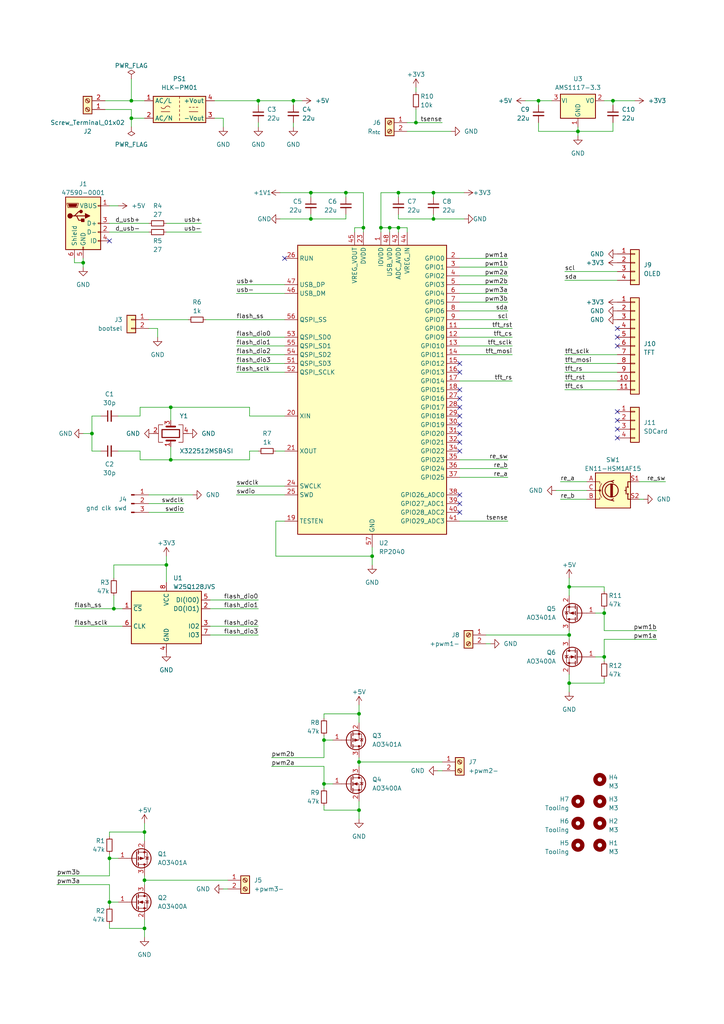
<source format=kicad_sch>
(kicad_sch (version 20221126) (generator eeschema)
  (paper "A4" portrait)
  (lib_symbols
    (symbol "Connector:Conn_01x03_Male" (pin_names (offset 1.016) hide)
      (property "Reference" "J" (at 0 5.08 0))
      (property "Value" "Conn_01x03_Male" (at 0 -5.08 0))
      (symbol "Conn_01x03_Male_1_1"
        (pin passive line (at 5.08 2.54 180) (length 3.81) (name "Pin_1") (number "1"))
        (pin passive line (at 5.08 0 180) (length 3.81) (name "Pin_2") (number "2"))
        (pin passive line (at 5.08 -2.54 180) (length 3.81) (name "Pin_3") (number "3"))
      )
    )
    (symbol "Connector:Screw_Terminal_01x02" (pin_names (offset 1.016) hide)
      (property "Reference" "J" (at 0 2.54 0))
      (property "Value" "Screw_Terminal_01x02" (at 0 -5.08 0))
      (symbol "Screw_Terminal_01x02_1_1"
        (pin passive line (at -5.08 0 0) (length 3.81) (name "Pin_1") (number "1"))
        (pin passive line (at -5.08 -2.54 0) (length 3.81) (name "Pin_2") (number "2"))
      )
    )
    (symbol "Connector:USB_OTG" (pin_names (offset 1.016))
      (property "Reference" "J" (at -5.08 11.43 0))
      (property "Value" "USB_OTG" (at -5.08 8.89 0))
      (symbol "USB_OTG_1_1"
        (pin passive line (at 7.62 5.08 180) (length 2.54) (name "VBUS") (number "1"))
        (pin bidirectional line (at 7.62 -2.54 180) (length 2.54) (name "D-") (number "2"))
        (pin bidirectional line (at 7.62 0 180) (length 2.54) (name "D+") (number "3"))
        (pin passive line (at 7.62 -5.08 180) (length 2.54) (name "ID") (number "4"))
        (pin passive line (at 0 -10.16 90) (length 2.54) (name "GND") (number "5"))
        (pin passive line (at -2.54 -10.16 90) (length 2.54) (name "Shield") (number "6"))
      )
    )
    (symbol "Connector_Generic:Conn_01x02" (pin_names (offset 1.016) hide)
      (property "Reference" "J" (at 0 2.54 0))
      (property "Value" "Conn_01x02" (at 0 -5.08 0))
      (symbol "Conn_01x02_1_1"
        (pin passive line (at -5.08 0 0) (length 3.81) (name "Pin_1") (number "1"))
        (pin passive line (at -5.08 -2.54 0) (length 3.81) (name "Pin_2") (number "2"))
      )
    )
    (symbol "Connector_Generic:Conn_01x04" (pin_names (offset 1.016) hide)
      (property "Reference" "J" (at 0 5.08 0))
      (property "Value" "Conn_01x04" (at 0 -7.62 0))
      (symbol "Conn_01x04_1_1"
        (pin passive line (at -5.08 2.54 0) (length 3.81) (name "Pin_1") (number "1"))
        (pin passive line (at -5.08 0 0) (length 3.81) (name "Pin_2") (number "2"))
        (pin passive line (at -5.08 -2.54 0) (length 3.81) (name "Pin_3") (number "3"))
        (pin passive line (at -5.08 -5.08 0) (length 3.81) (name "Pin_4") (number "4"))
      )
    )
    (symbol "Connector_Generic:Conn_01x11" (pin_names (offset 1.016) hide)
      (property "Reference" "J" (at 0 15.24 0))
      (property "Value" "Conn_01x11" (at 0 -15.24 0))
      (symbol "Conn_01x11_1_1"
        (pin passive line (at -5.08 12.7 0) (length 3.81) (name "Pin_1") (number "1"))
        (pin passive line (at -5.08 -10.16 0) (length 3.81) (name "Pin_10") (number "10"))
        (pin passive line (at -5.08 -12.7 0) (length 3.81) (name "Pin_11") (number "11"))
        (pin passive line (at -5.08 10.16 0) (length 3.81) (name "Pin_2") (number "2"))
        (pin passive line (at -5.08 7.62 0) (length 3.81) (name "Pin_3") (number "3"))
        (pin passive line (at -5.08 5.08 0) (length 3.81) (name "Pin_4") (number "4"))
        (pin passive line (at -5.08 2.54 0) (length 3.81) (name "Pin_5") (number "5"))
        (pin passive line (at -5.08 0 0) (length 3.81) (name "Pin_6") (number "6"))
        (pin passive line (at -5.08 -2.54 0) (length 3.81) (name "Pin_7") (number "7"))
        (pin passive line (at -5.08 -5.08 0) (length 3.81) (name "Pin_8") (number "8"))
        (pin passive line (at -5.08 -7.62 0) (length 3.81) (name "Pin_9") (number "9"))
      )
    )
    (symbol "Converter_ACDC:HLK-PM01"
      (property "Reference" "PS" (at 0 5.08 0))
      (property "Value" "HLK-PM01" (at 0 -5.08 0))
      (symbol "HLK-PM01_1_1"
        (pin power_in line (at -10.16 2.54 0) (length 2.54) (name "AC/L") (number "1"))
        (pin power_in line (at -10.16 -2.54 0) (length 2.54) (name "AC/N") (number "2"))
        (pin power_out line (at 10.16 -2.54 180) (length 2.54) (name "-Vout") (number "3"))
        (pin power_out line (at 10.16 2.54 180) (length 2.54) (name "+Vout") (number "4"))
      )
    )
    (symbol "Device:C_Small" (pin_numbers hide) (pin_names (offset 0.254) hide)
      (property "Reference" "C" (at 0.254 1.778 0))
      (property "Value" "C_Small" (at 0.254 -2.032 0))
      (symbol "C_Small_1_1"
        (pin passive line (at 0 2.54 270) (length 2.032) (name "~") (number "1"))
        (pin passive line (at 0 -2.54 90) (length 2.032) (name "~") (number "2"))
      )
    )
    (symbol "Device:Crystal_GND24" (pin_names (offset 1.016) hide)
      (property "Reference" "Y" (at 3.175 5.08 0))
      (property "Value" "Crystal_GND24" (at 3.175 3.175 0))
      (symbol "Crystal_GND24_1_1"
        (pin passive line (at -3.81 0 0) (length 1.27) (name "1") (number "1"))
        (pin passive line (at 0 5.08 270) (length 1.27) (name "2") (number "2"))
        (pin passive line (at 3.81 0 180) (length 1.27) (name "3") (number "3"))
        (pin passive line (at 0 -5.08 90) (length 1.27) (name "4") (number "4"))
      )
    )
    (symbol "Device:Q_NMOS_GSD" (pin_names (offset 0) hide)
      (property "Reference" "Q" (at 5.08 1.27 0))
      (property "Value" "Q_NMOS_GSD" (at 5.08 -1.27 0))
      (symbol "Q_NMOS_GSD_1_1"
        (pin input line (at -5.08 0 0) (length 2.54) (name "G") (number "1"))
        (pin passive line (at 2.54 -5.08 90) (length 2.54) (name "S") (number "2"))
        (pin passive line (at 2.54 5.08 270) (length 2.54) (name "D") (number "3"))
      )
    )
    (symbol "Device:Q_PMOS_GSD" (pin_names (offset 0) hide)
      (property "Reference" "Q" (at 5.08 1.27 0))
      (property "Value" "Q_PMOS_GSD" (at 5.08 -1.27 0))
      (symbol "Q_PMOS_GSD_1_1"
        (pin input line (at -5.08 0 0) (length 2.54) (name "G") (number "1"))
        (pin passive line (at 2.54 -5.08 90) (length 2.54) (name "S") (number "2"))
        (pin passive line (at 2.54 5.08 270) (length 2.54) (name "D") (number "3"))
      )
    )
    (symbol "Device:R_Small" (pin_numbers hide) (pin_names (offset 0.254) hide)
      (property "Reference" "R" (at 0.762 0.508 0))
      (property "Value" "R_Small" (at 0.762 -1.016 0))
      (symbol "R_Small_1_1"
        (pin passive line (at 0 2.54 270) (length 0.762) (name "~") (number "1"))
        (pin passive line (at 0 -2.54 90) (length 0.762) (name "~") (number "2"))
      )
    )
    (symbol "Device:RotaryEncoder_Switch" (pin_names (offset 0.254) hide)
      (property "Reference" "SW" (at 0 6.604 0))
      (property "Value" "RotaryEncoder_Switch" (at 0 -6.604 0))
      (symbol "RotaryEncoder_Switch_1_1"
        (pin passive line (at -7.62 2.54 0) (length 2.54) (name "A") (number "A"))
        (pin passive line (at -7.62 -2.54 0) (length 2.54) (name "B") (number "B"))
        (pin passive line (at -7.62 0 0) (length 2.54) (name "C") (number "C"))
        (pin passive line (at 7.62 2.54 180) (length 2.54) (name "S1") (number "S1"))
        (pin passive line (at 7.62 -2.54 180) (length 2.54) (name "S2") (number "S2"))
      )
    )
    (symbol "MCU_RaspberryPi:RP2040"
      (property "Reference" "U" (at 17.78 45.72 0))
      (property "Value" "RP2040" (at 17.78 43.18 0))
      (symbol "RP2040_1_1"
        (pin power_in line (at 2.54 45.72 270) (length 3.81) (name "IOVDD") (number "1"))
        (pin passive line (at 2.54 45.72 270) (length 3.81) hide (name "IOVDD") (number "10"))
        (pin bidirectional line (at 25.4 17.78 180) (length 3.81) (name "GPIO8") (number "11"))
        (pin bidirectional line (at 25.4 15.24 180) (length 3.81) (name "GPIO9") (number "12"))
        (pin bidirectional line (at 25.4 12.7 180) (length 3.81) (name "GPIO10") (number "13"))
        (pin bidirectional line (at 25.4 10.16 180) (length 3.81) (name "GPIO11") (number "14"))
        (pin bidirectional line (at 25.4 7.62 180) (length 3.81) (name "GPIO12") (number "15"))
        (pin bidirectional line (at 25.4 5.08 180) (length 3.81) (name "GPIO13") (number "16"))
        (pin bidirectional line (at 25.4 2.54 180) (length 3.81) (name "GPIO14") (number "17"))
        (pin bidirectional line (at 25.4 0 180) (length 3.81) (name "GPIO15") (number "18"))
        (pin input line (at -25.4 -38.1 0) (length 3.81) (name "TESTEN") (number "19"))
        (pin bidirectional line (at 25.4 38.1 180) (length 3.81) (name "GPIO0") (number "2"))
        (pin input line (at -25.4 -7.62 0) (length 3.81) (name "XIN") (number "20"))
        (pin passive line (at -25.4 -17.78 0) (length 3.81) (name "XOUT") (number "21"))
        (pin passive line (at 2.54 45.72 270) (length 3.81) hide (name "IOVDD") (number "22"))
        (pin power_in line (at -2.54 45.72 270) (length 3.81) (name "DVDD") (number "23"))
        (pin output line (at -25.4 -27.94 0) (length 3.81) (name "SWCLK") (number "24"))
        (pin bidirectional line (at -25.4 -30.48 0) (length 3.81) (name "SWD") (number "25"))
        (pin input line (at -25.4 38.1 0) (length 3.81) (name "RUN") (number "26"))
        (pin bidirectional line (at 25.4 -2.54 180) (length 3.81) (name "GPIO16") (number "27"))
        (pin bidirectional line (at 25.4 -5.08 180) (length 3.81) (name "GPIO17") (number "28"))
        (pin bidirectional line (at 25.4 -7.62 180) (length 3.81) (name "GPIO18") (number "29"))
        (pin bidirectional line (at 25.4 35.56 180) (length 3.81) (name "GPIO1") (number "3"))
        (pin bidirectional line (at 25.4 -10.16 180) (length 3.81) (name "GPIO19") (number "30"))
        (pin bidirectional line (at 25.4 -12.7 180) (length 3.81) (name "GPIO20") (number "31"))
        (pin bidirectional line (at 25.4 -15.24 180) (length 3.81) (name "GPIO21") (number "32"))
        (pin passive line (at 2.54 45.72 270) (length 3.81) hide (name "IOVDD") (number "33"))
        (pin bidirectional line (at 25.4 -17.78 180) (length 3.81) (name "GPIO22") (number "34"))
        (pin bidirectional line (at 25.4 -20.32 180) (length 3.81) (name "GPIO23") (number "35"))
        (pin bidirectional line (at 25.4 -22.86 180) (length 3.81) (name "GPIO24") (number "36"))
        (pin bidirectional line (at 25.4 -25.4 180) (length 3.81) (name "GPIO25") (number "37"))
        (pin bidirectional line (at 25.4 -30.48 180) (length 3.81) (name "GPIO26_ADC0") (number "38"))
        (pin bidirectional line (at 25.4 -33.02 180) (length 3.81) (name "GPIO27_ADC1") (number "39"))
        (pin bidirectional line (at 25.4 33.02 180) (length 3.81) (name "GPIO2") (number "4"))
        (pin bidirectional line (at 25.4 -35.56 180) (length 3.81) (name "GPIO28_ADC2") (number "40"))
        (pin bidirectional line (at 25.4 -38.1 180) (length 3.81) (name "GPIO29_ADC3") (number "41"))
        (pin passive line (at 2.54 45.72 270) (length 3.81) hide (name "IOVDD") (number "42"))
        (pin power_in line (at 7.62 45.72 270) (length 3.81) (name "ADC_AVDD") (number "43"))
        (pin power_in line (at 10.16 45.72 270) (length 3.81) (name "VREG_IN") (number "44"))
        (pin power_out line (at -5.08 45.72 270) (length 3.81) (name "VREG_VOUT") (number "45"))
        (pin bidirectional line (at -25.4 27.94 0) (length 3.81) (name "USB_DM") (number "46"))
        (pin bidirectional line (at -25.4 30.48 0) (length 3.81) (name "USB_DP") (number "47"))
        (pin power_in line (at 5.08 45.72 270) (length 3.81) (name "USB_VDD") (number "48"))
        (pin passive line (at 2.54 45.72 270) (length 3.81) hide (name "IOVDD") (number "49"))
        (pin bidirectional line (at 25.4 30.48 180) (length 3.81) (name "GPIO3") (number "5"))
        (pin passive line (at -2.54 45.72 270) (length 3.81) hide (name "DVDD") (number "50"))
        (pin bidirectional line (at -25.4 7.62 0) (length 3.81) (name "QSPI_SD3") (number "51"))
        (pin output line (at -25.4 5.08 0) (length 3.81) (name "QSPI_SCLK") (number "52"))
        (pin bidirectional line (at -25.4 15.24 0) (length 3.81) (name "QSPI_SD0") (number "53"))
        (pin bidirectional line (at -25.4 10.16 0) (length 3.81) (name "QSPI_SD2") (number "54"))
        (pin bidirectional line (at -25.4 12.7 0) (length 3.81) (name "QSPI_SD1") (number "55"))
        (pin bidirectional line (at -25.4 20.32 0) (length 3.81) (name "QSPI_SS") (number "56"))
        (pin power_in line (at 0 -45.72 90) (length 3.81) (name "GND") (number "57"))
        (pin bidirectional line (at 25.4 27.94 180) (length 3.81) (name "GPIO4") (number "6"))
        (pin bidirectional line (at 25.4 25.4 180) (length 3.81) (name "GPIO5") (number "7"))
        (pin bidirectional line (at 25.4 22.86 180) (length 3.81) (name "GPIO6") (number "8"))
        (pin bidirectional line (at 25.4 20.32 180) (length 3.81) (name "GPIO7") (number "9"))
      )
    )
    (symbol "Mechanical:MountingHole" (pin_names (offset 1.016))
      (property "Reference" "H" (at 0 5.08 0))
      (property "Value" "MountingHole" (at 0 3.175 0))
    )
    (symbol "Memory_Flash:W25Q128JVS"
      (property "Reference" "U" (at -8.89 8.89 0))
      (property "Value" "W25Q128JVS" (at 7.62 8.89 0))
      (symbol "W25Q128JVS_1_1"
        (pin input line (at -12.7 2.54 0) (length 2.54) (name "~{CS}") (number "1"))
        (pin bidirectional line (at 12.7 2.54 180) (length 2.54) (name "DO(IO1)") (number "2"))
        (pin bidirectional line (at 12.7 -2.54 180) (length 2.54) (name "IO2") (number "3"))
        (pin power_in line (at 0 -10.16 90) (length 2.54) (name "GND") (number "4"))
        (pin bidirectional line (at 12.7 5.08 180) (length 2.54) (name "DI(IO0)") (number "5"))
        (pin input line (at -12.7 -2.54 0) (length 2.54) (name "CLK") (number "6"))
        (pin bidirectional line (at 12.7 -5.08 180) (length 2.54) (name "IO3") (number "7"))
        (pin power_in line (at 0 10.16 270) (length 2.54) (name "VCC") (number "8"))
      )
    )
    (symbol "Regulator_Linear:AMS1117-3.3" (pin_names (offset 0.254))
      (property "Reference" "U" (at -3.81 3.175 0))
      (property "Value" "AMS1117-3.3" (at 0 3.175 0))
      (symbol "AMS1117-3.3_1_1"
        (pin power_in line (at 0 -7.62 90) (length 2.54) (name "GND") (number "1"))
        (pin power_out line (at 7.62 0 180) (length 2.54) (name "VO") (number "2"))
        (pin power_in line (at -7.62 0 0) (length 2.54) (name "VI") (number "3"))
      )
    )
    (symbol "power:+1V1" (power) (pin_names (offset 0))
      (property "Value" "+1V1" (at 0 3.556 0))
      (symbol "+1V1_1_1"
        (pin power_in line (at 0 0 90) (length 0) hide (name "+1V1") (number "1"))
      )
    )
    (symbol "power:+3V3" (power) (pin_names (offset 0))
      (property "Value" "+3V3" (at 0 3.556 0))
      (symbol "+3V3_1_1"
        (pin power_in line (at 0 0 90) (length 0) hide (name "+3V3") (number "1"))
      )
    )
    (symbol "power:+5V" (power) (pin_names (offset 0))
      (property "Value" "+5V" (at 0 3.556 0))
      (symbol "+5V_1_1"
        (pin power_in line (at 0 0 90) (length 0) hide (name "+5V") (number "1"))
      )
    )
    (symbol "power:GND" (power) (pin_names (offset 0))
      (property "Value" "GND" (at 0 -3.81 0))
      (symbol "GND_1_1"
        (pin power_in line (at 0 0 270) (length 0) hide (name "GND") (number "1"))
      )
    )
    (symbol "power:PWR_FLAG" (power) (pin_numbers hide) (pin_names (offset 0) hide)
      (property "Value" "PWR_FLAG" (at 0 3.81 0))
      (symbol "PWR_FLAG_0_0"
        (pin power_out line (at 0 0 90) (length 0) (name "pwr") (number "1"))
      )
    )
  )
  (junction (at 177.8 29.21))
  (junction (at 41.91 241.3))
  (junction (at 38.1 29.21))
  (junction (at 175.26 177.8))
  (junction (at 165.1 184.15))
  (junction (at 165.1 198.12))
  (junction (at 105.41 66.04))
  (junction (at 24.13 76.2))
  (junction (at 115.57 66.04))
  (junction (at 104.14 234.95))
  (junction (at 110.49 66.04))
  (junction (at 41.91 255.27))
  (junction (at 125.73 55.88))
  (junction (at 125.73 63.5))
  (junction (at 93.98 227.33))
  (junction (at 93.98 214.63))
  (junction (at 113.03 66.04))
  (junction (at 90.17 55.88))
  (junction (at 156.21 29.21))
  (junction (at 38.1 34.29))
  (junction (at 26.67 125.73))
  (junction (at 167.64 38.1))
  (junction (at 175.26 190.5))
  (junction (at 31.75 248.92))
  (junction (at 41.91 269.24))
  (junction (at 85.09 29.21))
  (junction (at 49.53 133.35))
  (junction (at 100.33 55.88))
  (junction (at 48.26 163.83))
  (junction (at 49.53 118.11))
  (junction (at 120.65 35.56))
  (junction (at 115.57 55.88))
  (junction (at 90.17 63.5))
  (junction (at 74.93 29.21))
  (junction (at 104.14 207.01))
  (junction (at 165.1 170.18))
  (junction (at 104.14 220.98))
  (junction (at 107.95 161.29))
  (junction (at 33.02 176.53))
  (junction (at 31.75 261.62))
  (no_connect (at 179.07 121.92))
  (no_connect (at 179.07 95.25))
  (no_connect (at 31.75 69.85))
  (no_connect (at 133.35 125.73))
  (no_connect (at 179.07 124.46))
  (no_connect (at 133.35 128.27))
  (no_connect (at 133.35 143.51))
  (no_connect (at 179.07 100.33))
  (no_connect (at 133.35 115.57))
  (no_connect (at 133.35 130.81))
  (no_connect (at 179.07 119.38))
  (no_connect (at 133.35 148.59))
  (no_connect (at 82.55 74.93))
  (no_connect (at 133.35 123.19))
  (no_connect (at 133.35 118.11))
  (no_connect (at 179.07 127))
  (no_connect (at 133.35 105.41))
  (no_connect (at 133.35 146.05))
  (no_connect (at 133.35 113.03))
  (no_connect (at 133.35 107.95))
  (no_connect (at 179.07 97.79))
  (no_connect (at 133.35 120.65))
  (wire (pts (xy 24.13 76.2) (xy 24.13 74.93)))
  (wire (pts (xy 163.83 81.28) (xy 179.07 81.28)))
  (wire (pts (xy 104.14 234.95) (xy 104.14 232.41)))
  (wire (pts (xy 133.35 82.55) (xy 147.32 82.55)))
  (wire (pts (xy 72.39 118.11) (xy 72.39 120.65)))
  (wire (pts (xy 128.27 220.98) (xy 104.14 220.98)))
  (wire (pts (xy 90.17 55.88) (xy 90.17 57.15)))
  (wire (pts (xy 107.95 163.83) (xy 107.95 161.29)))
  (wire (pts (xy 33.02 163.83) (xy 33.02 167.64)))
  (wire (pts (xy 31.75 242.57) (xy 31.75 241.3)))
  (wire (pts (xy 125.73 63.5) (xy 134.62 63.5)))
  (wire (pts (xy 49.53 118.11) (xy 49.53 121.92)))
  (wire (pts (xy 167.64 38.1) (xy 156.21 38.1)))
  (wire (pts (xy 93.98 222.25) (xy 93.98 227.33)))
  (wire (pts (xy 31.75 64.77) (xy 43.18 64.77)))
  (wire (pts (xy 68.58 82.55) (xy 82.55 82.55)))
  (wire (pts (xy 38.1 22.86) (xy 38.1 29.21)))
  (wire (pts (xy 102.87 66.04) (xy 105.41 66.04)))
  (wire (pts (xy 31.75 248.92) (xy 31.75 247.65)))
  (wire (pts (xy 21.59 181.61) (xy 35.56 181.61)))
  (wire (pts (xy 96.52 214.63) (xy 93.98 214.63)))
  (wire (pts (xy 26.67 120.65) (xy 26.67 125.73)))
  (wire (pts (xy 68.58 85.09) (xy 82.55 85.09)))
  (wire (pts (xy 113.03 66.04) (xy 110.49 66.04)))
  (wire (pts (xy 177.8 29.21) (xy 177.8 30.48)))
  (wire (pts (xy 165.1 167.64) (xy 165.1 170.18)))
  (wire (pts (xy 31.75 269.24) (xy 41.91 269.24)))
  (wire (pts (xy 161.29 142.24) (xy 170.18 142.24)))
  (wire (pts (xy 72.39 130.81) (xy 74.93 130.81)))
  (wire (pts (xy 68.58 97.79) (xy 82.55 97.79)))
  (wire (pts (xy 93.98 219.71) (xy 93.98 214.63)))
  (wire (pts (xy 133.35 87.63) (xy 147.32 87.63)))
  (wire (pts (xy 162.56 139.7) (xy 170.18 139.7)))
  (wire (pts (xy 30.48 31.75) (xy 38.1 31.75)))
  (wire (pts (xy 34.29 261.62) (xy 31.75 261.62)))
  (wire (pts (xy 147.32 138.43) (xy 133.35 138.43)))
  (wire (pts (xy 68.58 100.33) (xy 82.55 100.33)))
  (wire (pts (xy 93.98 219.71) (xy 78.74 219.71)))
  (wire (pts (xy 40.64 118.11) (xy 49.53 118.11)))
  (wire (pts (xy 41.91 269.24) (xy 41.91 266.7)))
  (wire (pts (xy 148.59 102.87) (xy 133.35 102.87)))
  (wire (pts (xy 127 223.52) (xy 128.27 223.52)))
  (wire (pts (xy 165.1 198.12) (xy 165.1 195.58)))
  (wire (pts (xy 104.14 219.71) (xy 104.14 220.98)))
  (wire (pts (xy 115.57 63.5) (xy 125.73 63.5)))
  (wire (pts (xy 120.65 31.75) (xy 120.65 35.56)))
  (wire (pts (xy 93.98 233.68) (xy 93.98 234.95)))
  (wire (pts (xy 118.11 35.56) (xy 120.65 35.56)))
  (wire (pts (xy 43.18 148.59) (xy 53.34 148.59)))
  (wire (pts (xy 102.87 67.31) (xy 102.87 66.04)))
  (wire (pts (xy 48.26 67.31) (xy 58.42 67.31)))
  (wire (pts (xy 41.91 254) (xy 41.91 255.27)))
  (wire (pts (xy 172.72 190.5) (xy 175.26 190.5)))
  (wire (pts (xy 142.24 186.69) (xy 140.97 186.69)))
  (wire (pts (xy 33.02 172.72) (xy 33.02 176.53)))
  (wire (pts (xy 38.1 31.75) (xy 38.1 34.29)))
  (wire (pts (xy 59.69 92.71) (xy 82.55 92.71)))
  (wire (pts (xy 81.28 55.88) (xy 90.17 55.88)))
  (wire (pts (xy 82.55 140.97) (xy 68.58 140.97)))
  (wire (pts (xy 165.1 200.66) (xy 165.1 198.12)))
  (wire (pts (xy 148.59 110.49) (xy 133.35 110.49)))
  (wire (pts (xy 107.95 161.29) (xy 107.95 158.75)))
  (wire (pts (xy 31.75 267.97) (xy 31.75 269.24)))
  (wire (pts (xy 21.59 76.2) (xy 24.13 76.2)))
  (wire (pts (xy 21.59 176.53) (xy 33.02 176.53)))
  (wire (pts (xy 120.65 35.56) (xy 128.27 35.56)))
  (wire (pts (xy 165.1 182.88) (xy 165.1 184.15)))
  (wire (pts (xy 45.72 97.79) (xy 45.72 95.25)))
  (wire (pts (xy 80.01 161.29) (xy 107.95 161.29)))
  (wire (pts (xy 90.17 63.5) (xy 90.17 62.23)))
  (wire (pts (xy 31.75 254) (xy 31.75 248.92)))
  (wire (pts (xy 41.91 238.76) (xy 41.91 241.3)))
  (wire (pts (xy 113.03 66.04) (xy 113.03 67.31)))
  (wire (pts (xy 177.8 29.21) (xy 184.15 29.21)))
  (wire (pts (xy 48.26 161.29) (xy 48.26 163.83)))
  (wire (pts (xy 38.1 34.29) (xy 38.1 36.83)))
  (wire (pts (xy 93.98 207.01) (xy 104.14 207.01)))
  (wire (pts (xy 82.55 143.51) (xy 68.58 143.51)))
  (wire (pts (xy 93.98 227.33) (xy 93.98 228.6)))
  (wire (pts (xy 74.93 36.83) (xy 74.93 35.56)))
  (wire (pts (xy 186.69 144.78) (xy 185.42 144.78)))
  (wire (pts (xy 133.35 90.17) (xy 147.32 90.17)))
  (wire (pts (xy 148.59 97.79) (xy 133.35 97.79)))
  (wire (pts (xy 133.35 92.71) (xy 147.32 92.71)))
  (wire (pts (xy 93.98 208.28) (xy 93.98 207.01)))
  (wire (pts (xy 175.26 182.88) (xy 190.5 182.88)))
  (wire (pts (xy 133.35 77.47) (xy 147.32 77.47)))
  (wire (pts (xy 74.93 176.53) (xy 60.96 176.53)))
  (wire (pts (xy 125.73 55.88) (xy 125.73 57.15)))
  (wire (pts (xy 41.91 255.27) (xy 41.91 256.54)))
  (wire (pts (xy 156.21 29.21) (xy 156.21 30.48)))
  (wire (pts (xy 133.35 85.09) (xy 147.32 85.09)))
  (wire (pts (xy 115.57 66.04) (xy 113.03 66.04)))
  (wire (pts (xy 163.83 107.95) (xy 179.07 107.95)))
  (wire (pts (xy 175.26 170.18) (xy 165.1 170.18)))
  (wire (pts (xy 72.39 133.35) (xy 72.39 130.81)))
  (wire (pts (xy 48.26 64.77) (xy 58.42 64.77)))
  (wire (pts (xy 31.75 256.54) (xy 31.75 261.62)))
  (wire (pts (xy 177.8 38.1) (xy 167.64 38.1)))
  (wire (pts (xy 66.04 255.27) (xy 41.91 255.27)))
  (wire (pts (xy 62.23 29.21) (xy 74.93 29.21)))
  (wire (pts (xy 43.18 95.25) (xy 45.72 95.25)))
  (wire (pts (xy 167.64 38.1) (xy 167.64 36.83)))
  (wire (pts (xy 100.33 63.5) (xy 100.33 62.23)))
  (wire (pts (xy 43.18 146.05) (xy 53.34 146.05)))
  (wire (pts (xy 55.88 143.51) (xy 43.18 143.51)))
  (wire (pts (xy 40.64 133.35) (xy 40.64 130.81)))
  (wire (pts (xy 175.26 196.85) (xy 175.26 198.12)))
  (wire (pts (xy 165.1 170.18) (xy 165.1 172.72)))
  (wire (pts (xy 163.83 78.74) (xy 179.07 78.74)))
  (wire (pts (xy 104.14 207.01) (xy 104.14 209.55)))
  (wire (pts (xy 26.67 125.73) (xy 26.67 130.81)))
  (wire (pts (xy 35.56 176.53) (xy 33.02 176.53)))
  (wire (pts (xy 68.58 107.95) (xy 82.55 107.95)))
  (wire (pts (xy 49.53 129.54) (xy 49.53 133.35)))
  (wire (pts (xy 140.97 184.15) (xy 165.1 184.15)))
  (wire (pts (xy 64.77 34.29) (xy 64.77 36.83)))
  (wire (pts (xy 148.59 95.25) (xy 133.35 95.25)))
  (wire (pts (xy 110.49 66.04) (xy 110.49 67.31)))
  (wire (pts (xy 93.98 222.25) (xy 78.74 222.25)))
  (wire (pts (xy 104.14 220.98) (xy 104.14 222.25)))
  (wire (pts (xy 85.09 29.21) (xy 85.09 30.48)))
  (wire (pts (xy 120.65 25.4) (xy 120.65 26.67)))
  (wire (pts (xy 74.93 181.61) (xy 60.96 181.61)))
  (wire (pts (xy 34.29 120.65) (xy 40.64 120.65)))
  (wire (pts (xy 26.67 130.81) (xy 29.21 130.81)))
  (wire (pts (xy 175.26 198.12) (xy 165.1 198.12)))
  (wire (pts (xy 118.11 67.31) (xy 118.11 66.04)))
  (wire (pts (xy 26.67 120.65) (xy 29.21 120.65)))
  (wire (pts (xy 167.64 38.1) (xy 167.64 39.37)))
  (wire (pts (xy 74.93 184.15) (xy 60.96 184.15)))
  (wire (pts (xy 40.64 118.11) (xy 40.64 120.65)))
  (wire (pts (xy 31.75 67.31) (xy 43.18 67.31)))
  (wire (pts (xy 105.41 66.04) (xy 105.41 67.31)))
  (wire (pts (xy 64.77 257.81) (xy 66.04 257.81)))
  (wire (pts (xy 105.41 55.88) (xy 105.41 66.04)))
  (wire (pts (xy 74.93 29.21) (xy 74.93 30.48)))
  (wire (pts (xy 175.26 185.42) (xy 175.26 190.5)))
  (wire (pts (xy 24.13 125.73) (xy 26.67 125.73)))
  (wire (pts (xy 163.83 102.87) (xy 179.07 102.87)))
  (wire (pts (xy 104.14 237.49) (xy 104.14 234.95)))
  (wire (pts (xy 133.35 80.01) (xy 147.32 80.01)))
  (wire (pts (xy 38.1 29.21) (xy 41.91 29.21)))
  (wire (pts (xy 33.02 163.83) (xy 48.26 163.83)))
  (wire (pts (xy 93.98 214.63) (xy 93.98 213.36)))
  (wire (pts (xy 115.57 66.04) (xy 115.57 67.31)))
  (wire (pts (xy 90.17 55.88) (xy 100.33 55.88)))
  (wire (pts (xy 152.4 29.21) (xy 156.21 29.21)))
  (wire (pts (xy 85.09 29.21) (xy 74.93 29.21)))
  (wire (pts (xy 72.39 120.65) (xy 82.55 120.65)))
  (wire (pts (xy 100.33 55.88) (xy 105.41 55.88)))
  (wire (pts (xy 81.28 63.5) (xy 90.17 63.5)))
  (wire (pts (xy 165.1 184.15) (xy 165.1 185.42)))
  (wire (pts (xy 177.8 35.56) (xy 177.8 38.1)))
  (wire (pts (xy 49.53 133.35) (xy 72.39 133.35)))
  (wire (pts (xy 31.75 261.62) (xy 31.75 262.89)))
  (wire (pts (xy 175.26 190.5) (xy 175.26 191.77)))
  (wire (pts (xy 130.81 38.1) (xy 118.11 38.1)))
  (wire (pts (xy 93.98 234.95) (xy 104.14 234.95)))
  (wire (pts (xy 110.49 55.88) (xy 115.57 55.88)))
  (wire (pts (xy 90.17 63.5) (xy 100.33 63.5)))
  (wire (pts (xy 74.93 173.99) (xy 60.96 173.99)))
  (wire (pts (xy 125.73 63.5) (xy 125.73 62.23)))
  (wire (pts (xy 104.14 204.47) (xy 104.14 207.01)))
  (wire (pts (xy 175.26 29.21) (xy 177.8 29.21)))
  (wire (pts (xy 156.21 29.21) (xy 160.02 29.21)))
  (wire (pts (xy 148.59 100.33) (xy 133.35 100.33)))
  (wire (pts (xy 40.64 133.35) (xy 49.53 133.35)))
  (wire (pts (xy 163.83 110.49) (xy 179.07 110.49)))
  (wire (pts (xy 175.26 171.45) (xy 175.26 170.18)))
  (wire (pts (xy 87.63 29.21) (xy 85.09 29.21)))
  (wire (pts (xy 175.26 185.42) (xy 190.5 185.42)))
  (wire (pts (xy 49.53 118.11) (xy 72.39 118.11)))
  (wire (pts (xy 115.57 55.88) (xy 125.73 55.88)))
  (wire (pts (xy 133.35 74.93) (xy 147.32 74.93)))
  (wire (pts (xy 82.55 151.13) (xy 80.01 151.13)))
  (wire (pts (xy 43.18 92.71) (xy 54.61 92.71)))
  (wire (pts (xy 118.11 66.04) (xy 115.57 66.04)))
  (wire (pts (xy 147.32 135.89) (xy 133.35 135.89)))
  (wire (pts (xy 162.56 144.78) (xy 170.18 144.78)))
  (wire (pts (xy 24.13 76.2) (xy 24.13 77.47)))
  (wire (pts (xy 80.01 151.13) (xy 80.01 161.29)))
  (wire (pts (xy 115.57 63.5) (xy 115.57 62.23)))
  (wire (pts (xy 110.49 55.88) (xy 110.49 66.04)))
  (wire (pts (xy 38.1 34.29) (xy 41.91 34.29)))
  (wire (pts (xy 96.52 227.33) (xy 93.98 227.33)))
  (wire (pts (xy 64.77 34.29) (xy 62.23 34.29)))
  (wire (pts (xy 30.48 29.21) (xy 38.1 29.21)))
  (wire (pts (xy 147.32 133.35) (xy 133.35 133.35)))
  (wire (pts (xy 34.29 59.69) (xy 31.75 59.69)))
  (wire (pts (xy 80.01 130.81) (xy 82.55 130.81)))
  (wire (pts (xy 100.33 55.88) (xy 100.33 57.15)))
  (wire (pts (xy 68.58 102.87) (xy 82.55 102.87)))
  (wire (pts (xy 41.91 241.3) (xy 41.91 243.84)))
  (wire (pts (xy 175.26 177.8) (xy 175.26 176.53)))
  (wire (pts (xy 163.83 105.41) (xy 179.07 105.41)))
  (wire (pts (xy 31.75 256.54) (xy 16.51 256.54)))
  (wire (pts (xy 193.04 139.7) (xy 185.42 139.7)))
  (wire (pts (xy 41.91 271.78) (xy 41.91 269.24)))
  (wire (pts (xy 172.72 177.8) (xy 175.26 177.8)))
  (wire (pts (xy 85.09 36.83) (xy 85.09 35.56)))
  (wire (pts (xy 156.21 35.56) (xy 156.21 38.1)))
  (wire (pts (xy 34.29 130.81) (xy 40.64 130.81)))
  (wire (pts (xy 163.83 113.03) (xy 179.07 113.03)))
  (wire (pts (xy 21.59 74.93) (xy 21.59 76.2)))
  (wire (pts (xy 125.73 55.88) (xy 134.62 55.88)))
  (wire (pts (xy 31.75 241.3) (xy 41.91 241.3)))
  (wire (pts (xy 68.58 105.41) (xy 82.55 105.41)))
  (wire (pts (xy 31.75 254) (xy 16.51 254)))
  (wire (pts (xy 34.29 248.92) (xy 31.75 248.92)))
  (wire (pts (xy 147.32 151.13) (xy 133.35 151.13)))
  (wire (pts (xy 175.26 182.88) (xy 175.26 177.8)))
  (wire (pts (xy 115.57 55.88) (xy 115.57 57.15)))
  (wire (pts (xy 48.26 163.83) (xy 48.26 168.91)))
  (label "sda" (at 163.83 81.28 0))
  (label "flash_dio2" (at 68.58 102.87 0))
  (label "flash_ss" (at 68.58 92.71 0))
  (label "swdio" (at 68.58 143.51 0))
  (label "usb+" (at 58.42 64.77 180))
  (label "tsense" (at 147.32 151.13 180))
  (label "re_sw" (at 193.04 139.7 180))
  (label "tsense" (at 128.27 35.56 180))
  (label "tft_rs" (at 148.59 110.49 180))
  (label "tft_mosi" (at 163.83 105.41 0))
  (label "pwm1b" (at 147.32 77.47 180))
  (label "pwm3a" (at 147.32 85.09 180))
  (label "pwm1a" (at 147.32 74.93 180))
  (label "d_usb+" (at 40.64 64.77 180))
  (label "usb-" (at 58.42 67.31 180))
  (label "usb-" (at 68.58 85.09 0))
  (label "flash_ss" (at 21.59 176.53 0))
  (label "tft_cs" (at 148.59 97.79 180))
  (label "flash_sclk" (at 68.58 107.95 0))
  (label "re_a" (at 162.56 139.7 0))
  (label "flash_dio3" (at 68.58 105.41 0))
  (label "pwm2a" (at 78.74 222.25 0))
  (label "tft_cs" (at 163.83 113.03 0))
  (label "tft_rst" (at 163.83 110.49 0))
  (label "scl" (at 163.83 78.74 0))
  (label "re_b" (at 147.32 135.89 180))
  (label "usb+" (at 68.58 82.55 0))
  (label "sda" (at 147.32 90.17 180))
  (label "scl" (at 147.32 92.71 180))
  (label "flash_dio1" (at 68.58 100.33 0))
  (label "pwm2b" (at 78.74 219.71 0))
  (label "pwm3b" (at 147.32 87.63 180))
  (label "flash_dio1" (at 74.93 176.53 180))
  (label "swdio" (at 53.34 148.59 180))
  (label "pwm2a" (at 147.32 80.01 180))
  (label "tft_sclk" (at 163.83 102.87 0))
  (label "tft_rst" (at 148.59 95.25 180))
  (label "d_usb-" (at 40.64 67.31 180))
  (label "flash_dio0" (at 68.58 97.79 0))
  (label "pwm3a" (at 16.51 256.54 0))
  (label "re_a" (at 147.32 138.43 180))
  (label "pwm3b" (at 16.51 254 0))
  (label "re_sw" (at 147.32 133.35 180))
  (label "flash_dio3" (at 74.93 184.15 180))
  (label "tft_rs" (at 163.83 107.95 0))
  (label "flash_dio0" (at 74.93 173.99 180))
  (label "pwm1b" (at 190.5 182.88 180))
  (label "tft_sclk" (at 148.59 100.33 180))
  (label "flash_sclk" (at 21.59 181.61 0))
  (label "pwm2b" (at 147.32 82.55 180))
  (label "flash_dio2" (at 74.93 181.61 180))
  (label "swdclk" (at 68.58 140.97 0))
  (label "re_b" (at 162.56 144.78 0))
  (label "tft_mosi" (at 148.59 102.87 180))
  (label "swdclk" (at 53.34 146.05 180))
  (label "pwm1a" (at 190.5 185.42 180))
  (symbol (lib_id "Device:Q_NMOS_GSD") (at 39.37 261.62 0) (unit 1)
    (property "Reference" "Q2" (at 45.72 260.35 0) (effects (justify left)))
    (property "Value" "AO3400A" (at 45.72 262.89 0) (effects (justify left)))
    (property "Footprint" "Package_TO_SOT_SMD:SOT-23" (effects hide))
  )
  (symbol (lib_id "Device:R_Small") (at 77.47 130.81 90) (unit 1)
    (property "Reference" "R7" (at 77.47 125.73 90))
    (property "Value" "1k" (at 77.47 128.27 90))
    (property "Footprint" "Resistor_SMD:R_0402_1005Metric" (effects hide))
  )
  (symbol (lib_id "power:GND") (at 24.13 77.47 0) (unit 1)
    (property "Reference" "#PWR0101" (effects hide))
    (property "Value" "GND" (at 24.13 82.55 0))
  )
  (symbol (lib_id "Device:C_Small") (at 125.73 59.69 0) (mirror y) (unit 1)
    (property "Reference" "C8" (at 128.27 58.42 0) (effects (justify right)))
    (property "Value" "22u" (at 128.27 60.96 0) (effects (justify right)))
    (property "Footprint" "Capacitor_SMD:C_0603_1608Metric" (effects hide))
  )
  (symbol (lib_id "Mechanical:MountingHole") (at 173.99 238.76 0) (unit 1)
    (property "Reference" "H2" (at 176.53 238.125 0) (effects (justify left)))
    (property "Value" "M3" (at 176.53 240.665 0) (effects (justify left)))
    (property "Footprint" "MountingHole:MountingHole_3.2mm_M3" (effects hide))
  )
  (symbol (lib_id "Device:Crystal_GND24") (at 49.53 125.73 90) (unit 1)
    (property "Reference" "Y1" (at 52.07 120.65 90) (effects (justify right)))
    (property "Value" "X322512MSB4SI" (at 52.07 130.81 90) (effects (justify right)))
    (property "Footprint" "Crystal:Crystal_SMD_3225-4Pin_3.2x2.5mm" (effects hide))
  )
  (symbol (lib_id "power:GND") (at 54.61 125.73 90) (mirror x) (unit 1)
    (property "Reference" "#PWR0136" (effects hide))
    (property "Value" "GND" (at 58.42 125.73 90) (effects (justify right)))
  )
  (symbol (lib_id "Regulator_Linear:AMS1117-3.3") (at 167.64 29.21 0) (unit 1)
    (property "Reference" "U3" (at 167.64 22.86 0))
    (property "Value" "AMS1117-3.3" (at 167.64 25.4 0))
    (property "Footprint" "Package_TO_SOT_SMD:SOT-223-3_TabPin2" (effects hide))
    (property "Datasheet" "http://www.advanced-monolithic.com/pdf/ds1117.pdf" (effects hide))
  )
  (symbol (lib_id "power:GND") (at 179.07 90.17 270) (unit 1)
    (property "Reference" "#PWR0139" (effects hide))
    (property "Value" "GND" (at 175.26 90.17 90) (effects (justify right)))
  )
  (symbol (lib_id "Device:RotaryEncoder_Switch") (at 177.8 142.24 0) (unit 1)
    (property "Reference" "SW1" (at 177.8 133.35 0))
    (property "Value" "EN11-HSM1AF15" (at 177.8 135.89 0))
    (property "Footprint" "Barbecue:EN11-HSM1AF15" (effects hide))
  )
  (symbol (lib_id "Connector:Screw_Terminal_01x02") (at 113.03 35.56 0) (mirror y) (unit 1)
    (property "Reference" "J6" (at 110.49 35.56 0) (effects (justify left)))
    (property "Value" "R_{ntc}" (at 110.49 38.1 0) (effects (justify left)))
    (property "Footprint" "TerminalBlock_TE-Connectivity:TerminalBlock_TE_282834-2_1x02_P2.54mm_Horizontal" (effects hide))
  )
  (symbol (lib_id "power:GND") (at 45.72 97.79 0) (unit 1)
    (property "Reference" "#PWR0102" (effects hide))
    (property "Value" "GND" (at 45.72 102.87 0))
  )
  (symbol (lib_id "power:+5V") (at 87.63 29.21 270) (unit 1)
    (property "Reference" "#PWR01" (effects hide))
    (property "Value" "+5V" (at 91.44 29.21 90) (effects (justify left)))
  )
  (symbol (lib_id "power:GND") (at 134.62 63.5 90) (unit 1)
    (property "Reference" "#PWR0109" (effects hide))
    (property "Value" "GND" (at 137.16 63.5 90) (effects (justify right)))
  )
  (symbol (lib_id "power:GND") (at 55.88 143.51 90) (unit 1)
    (property "Reference" "#PWR0104" (effects hide))
    (property "Value" "GND" (at 59.69 143.51 90) (effects (justify right)))
  )
  (symbol (lib_id "Device:Q_NMOS_GSD") (at 167.64 190.5 0) (mirror y) (unit 1)
    (property "Reference" "Q6" (at 161.29 189.23 0) (effects (justify left)))
    (property "Value" "AO3400A" (at 161.29 191.77 0) (effects (justify left)))
    (property "Footprint" "Package_TO_SOT_SMD:SOT-23" (effects hide))
  )
  (symbol (lib_id "Connector:USB_OTG") (at 24.13 64.77 0) (unit 1)
    (property "Reference" "J1" (at 24.13 53.34 0))
    (property "Value" " 47590-0001 " (at 24.13 55.88 0))
    (property "Footprint" "Barbecue:USB_Micro-AB_Molex_47590-0001" (effects hide))
    (property "Datasheet" " ~" (effects hide))
  )
  (symbol (lib_id "Device:Q_PMOS_GSD") (at 167.64 177.8 180) (unit 1)
    (property "Reference" "Q5" (at 161.29 176.53 0) (effects (justify left)))
    (property "Value" "AO3401A" (at 161.29 179.07 0) (effects (justify left)))
    (property "Footprint" "Package_TO_SOT_SMD:SOT-23" (effects hide))
  )
  (symbol (lib_id "power:GND") (at 64.77 257.81 270) (mirror x) (unit 1)
    (property "Reference" "#PWR0123" (effects hide))
    (property "Value" "GND" (at 60.96 257.81 90) (effects (justify right)))
  )
  (symbol (lib_id "power:+5V") (at 104.14 204.47 0) (mirror y) (unit 1)
    (property "Reference" "#PWR0126" (effects hide))
    (property "Value" "+5V" (at 104.14 200.66 0))
  )
  (symbol (lib_id "Mechanical:MountingHole") (at 167.64 232.41 0) (mirror y) (unit 1)
    (property "Reference" "H7" (at 165.1 231.775 0) (effects (justify left)))
    (property "Value" "Tooling" (at 165.1 234.315 0) (effects (justify left)))
    (property "Footprint" "Barbecue:ToolingHole" (effects hide))
  )
  (symbol (lib_id "Device:C_Small") (at 74.93 33.02 0) (unit 1)
    (property "Reference" "C3" (at 77.47 31.75 0) (effects (justify left)))
    (property "Value" "22u" (at 77.47 34.29 0) (effects (justify left)))
    (property "Footprint" "Capacitor_SMD:C_0603_1608Metric" (effects hide))
  )
  (symbol (lib_id "Device:R_Small") (at 120.65 29.21 0) (unit 1)
    (property "Reference" "R10" (at 121.92 27.94 0) (effects (justify left)))
    (property "Value" "10k" (at 121.92 30.48 0) (effects (justify left)))
    (property "Footprint" "Resistor_SMD:R_0402_1005Metric" (effects hide))
  )
  (symbol (lib_id "Connector:Screw_Terminal_01x02") (at 71.12 255.27 0) (unit 1)
    (property "Reference" "J5" (at 73.66 255.27 0) (effects (justify left)))
    (property "Value" "+pwm3-" (at 73.66 257.81 0) (effects (justify left)))
    (property "Footprint" "TerminalBlock_TE-Connectivity:TerminalBlock_TE_282834-2_1x02_P2.54mm_Horizontal" (effects hide))
  )
  (symbol (lib_id "power:+3V3") (at 184.15 29.21 270) (unit 1)
    (property "Reference" "#PWR0133" (effects hide))
    (property "Value" "+3V3" (at 187.96 29.21 90) (effects (justify left)))
  )
  (symbol (lib_id "power:GND") (at 48.26 189.23 0) (unit 1)
    (property "Reference" "#PWR0114" (effects hide))
    (property "Value" "GND" (at 48.26 194.31 0))
  )
  (symbol (lib_id "Device:Q_PMOS_GSD") (at 101.6 214.63 0) (mirror x) (unit 1)
    (property "Reference" "Q3" (at 107.95 213.36 0) (effects (justify left)))
    (property "Value" "AO3401A" (at 107.95 215.9 0) (effects (justify left)))
    (property "Footprint" "Package_TO_SOT_SMD:SOT-23" (effects hide))
  )
  (symbol (lib_id "power:GND") (at 81.28 63.5 270) (mirror x) (unit 1)
    (property "Reference" "#PWR0132" (effects hide))
    (property "Value" "GND" (at 78.74 63.5 90) (effects (justify right)))
  )
  (symbol (lib_id "Mechanical:MountingHole") (at 173.99 226.06 0) (unit 1)
    (property "Reference" "H4" (at 176.53 225.425 0) (effects (justify left)))
    (property "Value" "M3" (at 176.53 227.965 0) (effects (justify left)))
    (property "Footprint" "MountingHole:MountingHole_3.2mm_M3" (effects hide))
  )
  (symbol (lib_id "power:GND") (at 142.24 186.69 90) (unit 1)
    (property "Reference" "#PWR0125" (effects hide))
    (property "Value" "GND" (at 146.05 186.69 90) (effects (justify right)))
  )
  (symbol (lib_id "Device:R_Small") (at 45.72 67.31 90) (mirror x) (unit 1)
    (property "Reference" "R5" (at 45.72 69.85 90))
    (property "Value" "27" (at 45.72 72.39 90))
    (property "Footprint" "Resistor_SMD:R_0603_1608Metric" (effects hide))
  )
  (symbol (lib_id "Device:R_Small") (at 93.98 210.82 0) (mirror y) (unit 1)
    (property "Reference" "R8" (at 92.71 209.55 0) (effects (justify left)))
    (property "Value" "47k" (at 92.71 212.09 0) (effects (justify left)))
    (property "Footprint" "Resistor_SMD:R_0402_1005Metric" (effects hide))
  )
  (symbol (lib_id "Device:Q_NMOS_GSD") (at 101.6 227.33 0) (unit 1)
    (property "Reference" "Q4" (at 107.95 226.06 0) (effects (justify left)))
    (property "Value" "AO3400A" (at 107.95 228.6 0) (effects (justify left)))
    (property "Footprint" "Package_TO_SOT_SMD:SOT-23" (effects hide))
  )
  (symbol (lib_id "Device:R_Small") (at 33.02 170.18 0) (mirror y) (unit 1)
    (property "Reference" "R3" (at 31.75 168.91 0) (effects (justify left)))
    (property "Value" "47k" (at 31.75 171.45 0) (effects (justify left)))
    (property "Footprint" "Resistor_SMD:R_0402_1005Metric" (effects hide))
  )
  (symbol (lib_id "Mechanical:MountingHole") (at 167.64 238.76 0) (mirror y) (unit 1)
    (property "Reference" "H6" (at 165.1 238.125 0) (effects (justify left)))
    (property "Value" "Tooling" (at 165.1 240.665 0) (effects (justify left)))
    (property "Footprint" "Barbecue:ToolingHole" (effects hide))
  )
  (symbol (lib_id "Mechanical:MountingHole") (at 173.99 232.41 0) (unit 1)
    (property "Reference" "H3" (at 176.53 231.775 0) (effects (justify left)))
    (property "Value" "M3" (at 176.53 234.315 0) (effects (justify left)))
    (property "Footprint" "MountingHole:MountingHole_3.2mm_M3" (effects hide))
  )
  (symbol (lib_id "power:GND") (at 186.69 144.78 90) (unit 1)
    (property "Reference" "#PWR0138" (effects hide))
    (property "Value" "GND" (at 190.5 144.78 90) (effects (justify right)))
  )
  (symbol (lib_id "Device:C_Small") (at 31.75 130.81 90) (mirror x) (unit 1)
    (property "Reference" "C2" (at 31.75 134.62 90))
    (property "Value" "30p" (at 31.75 137.16 90))
    (property "Footprint" "Capacitor_SMD:C_0402_1005Metric" (effects hide))
  )
  (symbol (lib_id "Mechanical:MountingHole") (at 173.99 245.11 0) (unit 1)
    (property "Reference" "H1" (at 176.53 244.475 0) (effects (justify left)))
    (property "Value" "M3" (at 176.53 247.015 0) (effects (justify left)))
    (property "Footprint" "MountingHole:MountingHole_3.2mm_M3" (effects hide))
  )
  (symbol (lib_id "Device:C_Small") (at 115.57 59.69 0) (mirror y) (unit 1)
    (property "Reference" "C7" (at 118.11 58.42 0) (effects (justify right)))
    (property "Value" "22u" (at 118.11 60.96 0) (effects (justify right)))
    (property "Footprint" "Capacitor_SMD:C_0603_1608Metric" (effects hide))
  )
  (symbol (lib_id "Connector:Screw_Terminal_01x02") (at 25.4 31.75 180) (unit 1)
    (property "Reference" "J2" (at 25.4 38.1 0))
    (property "Value" "Screw_Terminal_01x02" (at 25.4 35.56 0))
    (property "Footprint" "TerminalBlock:TerminalBlock_Altech_AK300-2_P5.00mm" (effects hide))
  )
  (symbol (lib_id "Memory_Flash:W25Q128JVS") (at 48.26 179.07 0) (unit 1)
    (property "Reference" "U1" (at 50.2159 167.64 0) (effects (justify left)))
    (property "Value" "W25Q128JVS" (at 50.2159 170.18 0) (effects (justify left)))
    (property "Footprint" "Package_SO:SOIC-8_5.23x5.23mm_P1.27mm" (effects hide))
    (property "Datasheet" "http://www.winbond.com/resource-files/w25q128jv_dtr%20revc%2003272018%20plus.pdf" (effects hide))
  )
  (symbol (lib_id "Device:Q_PMOS_GSD") (at 39.37 248.92 0) (mirror x) (unit 1)
    (property "Reference" "Q1" (at 45.72 247.65 0) (effects (justify left)))
    (property "Value" "AO3401A" (at 45.72 250.19 0) (effects (justify left)))
    (property "Footprint" "Package_TO_SOT_SMD:SOT-23" (effects hide))
  )
  (symbol (lib_id "power:GND") (at 127 223.52 270) (mirror x) (unit 1)
    (property "Reference" "#PWR0128" (effects hide))
    (property "Value" "GND" (at 123.19 223.52 90) (effects (justify right)))
  )
  (symbol (lib_id "power:GND") (at 179.07 92.71 270) (unit 1)
    (property "Reference" "#PWR0116" (effects hide))
    (property "Value" "GND" (at 175.26 92.71 90) (effects (justify right)))
  )
  (symbol (lib_id "Converter_ACDC:HLK-PM01") (at 52.07 31.75 0) (unit 1)
    (property "Reference" "PS1" (at 52.07 22.86 0))
    (property "Value" "HLK-PM01" (at 52.07 25.4 0))
    (property "Footprint" "Converter_ACDC:Converter_ACDC_HiLink_HLK-PMxx" (effects hide))
    (property "Datasheet" "http://www.hlktech.net/product_detail.php?ProId=54" (effects hide))
  )
  (symbol (lib_id "power:+3V3") (at 48.26 161.29 0) (unit 1)
    (property "Reference" "#PWR0115" (effects hide))
    (property "Value" "+3V3" (at 48.26 157.48 0))
  )
  (symbol (lib_id "Mechanical:MountingHole") (at 167.64 245.11 0) (mirror y) (unit 1)
    (property "Reference" "H5" (at 165.1 244.475 0) (effects (justify left)))
    (property "Value" "Tooling" (at 165.1 247.015 0) (effects (justify left)))
    (property "Footprint" "Barbecue:ToolingHole" (effects hide))
  )
  (symbol (lib_id "power:PWR_FLAG") (at 38.1 36.83 180) (unit 1)
    (property "Reference" "#FLG0102" (effects hide))
    (property "Value" "PWR_FLAG" (at 38.1 41.91 0))
  )
  (symbol (lib_id "Device:C_Small") (at 90.17 59.69 0) (unit 1)
    (property "Reference" "C5" (at 87.63 58.42 0) (effects (justify right)))
    (property "Value" "22u" (at 87.63 60.96 0) (effects (justify right)))
    (property "Footprint" "Capacitor_SMD:C_0603_1608Metric" (effects hide))
  )
  (symbol (lib_id "power:GND") (at 104.14 237.49 0) (mirror y) (unit 1)
    (property "Reference" "#PWR0127" (effects hide))
    (property "Value" "GND" (at 104.14 242.57 0))
  )
  (symbol (lib_id "Connector_Generic:Conn_01x11") (at 184.15 100.33 0) (unit 1)
    (property "Reference" "J10" (at 186.69 99.695 0) (effects (justify left)))
    (property "Value" "TFT" (at 186.69 102.235 0) (effects (justify left)))
    (property "Footprint" "Connector_PinSocket_2.54mm:PinSocket_1x11_P2.54mm_Vertical" (effects hide))
  )
  (symbol (lib_id "power:GND") (at 107.95 163.83 0) (unit 1)
    (property "Reference" "#PWR0113" (effects hide))
    (property "Value" "GND" (at 107.95 168.91 0))
  )
  (symbol (lib_id "power:GND") (at 167.64 39.37 0) (unit 1)
    (property "Reference" "#PWR0134" (effects hide))
    (property "Value" "GND" (at 167.64 44.45 0))
  )
  (symbol (lib_id "power:GND") (at 44.45 125.73 270) (unit 1)
    (property "Reference" "#PWR0137" (effects hide))
    (property "Value" "GND" (at 40.64 125.73 90) (effects (justify right)))
  )
  (symbol (lib_id "power:+3V3") (at 179.07 76.2 90) (unit 1)
    (property "Reference" "#PWR0111" (effects hide))
    (property "Value" "+3V3" (at 175.26 76.2 90) (effects (justify left)))
  )
  (symbol (lib_id "power:GND") (at 24.13 125.73 270) (unit 1)
    (property "Reference" "#PWR0103" (effects hide))
    (property "Value" "GND" (at 19.05 125.73 90))
  )
  (symbol (lib_id "power:GND") (at 41.91 271.78 0) (mirror y) (unit 1)
    (property "Reference" "#PWR0122" (effects hide))
    (property "Value" "GND" (at 41.91 276.86 0))
  )
  (symbol (lib_id "power:GND") (at 64.77 36.83 0) (unit 1)
    (property "Reference" "#PWR0107" (effects hide))
    (property "Value" "GND" (at 64.77 41.91 0))
  )
  (symbol (lib_id "power:+3V3") (at 179.07 87.63 90) (unit 1)
    (property "Reference" "#PWR0117" (effects hide))
    (property "Value" "+3V3" (at 175.26 87.63 90) (effects (justify left)))
  )
  (symbol (lib_id "Connector_Generic:Conn_01x02") (at 38.1 92.71 0) (mirror y) (unit 1)
    (property "Reference" "J3" (at 35.56 92.71 0) (effects (justify left)))
    (property "Value" "bootsel" (at 35.56 95.25 0) (effects (justify left)))
    (property "Footprint" "Connector_PinHeader_2.54mm:PinHeader_1x02_P2.54mm_Vertical" (effects hide))
  )
  (symbol (lib_id "Connector_Generic:Conn_01x04") (at 184.15 121.92 0) (unit 1)
    (property "Reference" "J11" (at 186.69 122.555 0) (effects (justify left)))
    (property "Value" "SDCard" (at 186.69 125.095 0) (effects (justify left)))
    (property "Footprint" "Connector_PinSocket_2.54mm:PinSocket_1x04_P2.54mm_Vertical" (effects hide))
  )
  (symbol (lib_id "Connector_Generic:Conn_01x04") (at 184.15 76.2 0) (unit 1)
    (property "Reference" "J9" (at 186.69 76.835 0) (effects (justify left)))
    (property "Value" "OLED" (at 186.69 79.375 0) (effects (justify left)))
    (property "Footprint" "Connector_PinSocket_2.54mm:PinSocket_1x04_P2.54mm_Vertical" (effects hide))
  )
  (symbol (lib_id "power:GND") (at 161.29 142.24 270) (unit 1)
    (property "Reference" "#PWR0118" (effects hide))
    (property "Value" "GND" (at 157.48 142.24 90) (effects (justify right)))
  )
  (symbol (lib_id "Device:R_Small") (at 175.26 173.99 0) (unit 1)
    (property "Reference" "R11" (at 176.53 172.72 0) (effects (justify left)))
    (property "Value" "47k" (at 176.53 175.26 0) (effects (justify left)))
    (property "Footprint" "Resistor_SMD:R_0402_1005Metric" (effects hide))
  )
  (symbol (lib_id "Device:C_Small") (at 85.09 33.02 0) (unit 1)
    (property "Reference" "C4" (at 87.63 31.75 0) (effects (justify left)))
    (property "Value" "22u" (at 87.63 34.29 0) (effects (justify left)))
    (property "Footprint" "Capacitor_SMD:C_0603_1608Metric" (effects hide))
  )
  (symbol (lib_id "Device:R_Small") (at 45.72 64.77 90) (unit 1)
    (property "Reference" "R4" (at 45.72 59.69 90))
    (property "Value" "27" (at 45.72 62.23 90))
    (property "Footprint" "Resistor_SMD:R_0603_1608Metric" (effects hide))
  )
  (symbol (lib_id "Device:C_Small") (at 31.75 120.65 90) (unit 1)
    (property "Reference" "C1" (at 31.75 114.3 90))
    (property "Value" "30p" (at 31.75 116.84 90))
    (property "Footprint" "Capacitor_SMD:C_0402_1005Metric" (effects hide))
  )
  (symbol (lib_id "Connector:Screw_Terminal_01x02") (at 135.89 184.15 0) (mirror y) (unit 1)
    (property "Reference" "J8" (at 133.35 184.15 0) (effects (justify left)))
    (property "Value" "+pwm1-" (at 133.35 186.69 0) (effects (justify left)))
    (property "Footprint" "TerminalBlock_TE-Connectivity:TerminalBlock_TE_282834-2_1x02_P2.54mm_Horizontal" (effects hide))
  )
  (symbol (lib_id "Connector:Conn_01x03_Male") (at 38.1 146.05 0) (unit 1)
    (property "Reference" "J4" (at 36.83 144.78 0) (effects (justify right)))
    (property "Value" "gnd clk swd" (at 36.83 147.32 0) (effects (justify right)))
    (property "Footprint" "Connector_PinHeader_2.54mm:PinHeader_1x03_P2.54mm_Vertical" (effects hide))
  )
  (symbol (lib_id "power:+5V") (at 152.4 29.21 90) (unit 1)
    (property "Reference" "#PWR03" (effects hide))
    (property "Value" "+5V" (at 148.59 29.21 90) (effects (justify left)))
  )
  (symbol (lib_id "power:+1V1") (at 81.28 55.88 90) (unit 1)
    (property "Reference" "#PWR0131" (effects hide))
    (property "Value" "+1V1" (at 78.74 55.88 90) (effects (justify left)))
  )
  (symbol (lib_id "Device:C_Small") (at 100.33 59.69 0) (unit 1)
    (property "Reference" "C6" (at 97.79 58.42 0) (effects (justify right)))
    (property "Value" "22u" (at 97.79 60.96 0) (effects (justify right)))
    (property "Footprint" "Capacitor_SMD:C_0603_1608Metric" (effects hide))
  )
  (symbol (lib_id "Device:R_Small") (at 31.75 265.43 0) (mirror y) (unit 1)
    (property "Reference" "R2" (at 30.48 264.16 0) (effects (justify left)))
    (property "Value" "47k" (at 30.48 266.7 0) (effects (justify left)))
    (property "Footprint" "Resistor_SMD:R_0402_1005Metric" (effects hide))
  )
  (symbol (lib_id "Device:R_Small") (at 175.26 194.31 0) (unit 1)
    (property "Reference" "R12" (at 176.53 193.04 0) (effects (justify left)))
    (property "Value" "47k" (at 176.53 195.58 0) (effects (justify left)))
    (property "Footprint" "Resistor_SMD:R_0402_1005Metric" (effects hide))
  )
  (symbol (lib_id "power:GND") (at 130.81 38.1 90) (unit 1)
    (property "Reference" "#PWR0119" (effects hide))
    (property "Value" "GND" (at 134.62 38.1 90) (effects (justify right)))
  )
  (symbol (lib_id "Device:R_Small") (at 57.15 92.71 90) (unit 1)
    (property "Reference" "R6" (at 57.15 87.63 90))
    (property "Value" "1k" (at 57.15 90.17 90))
    (property "Footprint" "Resistor_SMD:R_0402_1005Metric" (effects hide))
  )
  (symbol (lib_id "Device:R_Small") (at 93.98 231.14 0) (mirror y) (unit 1)
    (property "Reference" "R9" (at 92.71 229.87 0) (effects (justify left)))
    (property "Value" "47k" (at 92.71 232.41 0) (effects (justify left)))
    (property "Footprint" "Resistor_SMD:R_0402_1005Metric" (effects hide))
  )
  (symbol (lib_id "Device:C_Small") (at 177.8 33.02 0) (unit 1)
    (property "Reference" "C10" (at 180.34 31.75 0) (effects (justify left)))
    (property "Value" "22u" (at 180.34 34.29 0) (effects (justify left)))
    (property "Footprint" "Capacitor_SMD:C_0603_1608Metric" (effects hide))
  )
  (symbol (lib_id "power:GND") (at 74.93 36.83 0) (unit 1)
    (property "Reference" "#PWR0106" (effects hide))
    (property "Value" "GND" (at 74.93 41.91 0))
  )
  (symbol (lib_id "Device:R_Small") (at 31.75 245.11 0) (mirror y) (unit 1)
    (property "Reference" "R1" (at 30.48 243.84 0) (effects (justify left)))
    (property "Value" "47k" (at 30.48 246.38 0) (effects (justify left)))
    (property "Footprint" "Resistor_SMD:R_0402_1005Metric" (effects hide))
  )
  (symbol (lib_id "power:GND") (at 85.09 36.83 0) (unit 1)
    (property "Reference" "#PWR0105" (effects hide))
    (property "Value" "GND" (at 85.09 41.91 0))
  )
  (symbol (lib_id "power:GND") (at 165.1 200.66 0) (unit 1)
    (property "Reference" "#PWR0124" (effects hide))
    (property "Value" "GND" (at 165.1 205.74 0))
  )
  (symbol (lib_id "power:+5V") (at 41.91 238.76 0) (mirror y) (unit 1)
    (property "Reference" "#PWR0121" (effects hide))
    (property "Value" "+5V" (at 41.91 234.95 0))
  )
  (symbol (lib_id "power:+3V3") (at 134.62 55.88 270) (unit 1)
    (property "Reference" "#PWR0110" (effects hide))
    (property "Value" "+3V3" (at 137.16 55.88 90) (effects (justify left)))
  )
  (symbol (lib_id "MCU_RaspberryPi:RP2040") (at 107.95 113.03 0) (unit 1)
    (property "Reference" "U2" (at 109.9059 157.48 0) (effects (justify left)))
    (property "Value" "RP2040" (at 109.9059 160.02 0) (effects (justify left)))
    (property "Footprint" "Package_DFN_QFN:QFN-56-1EP_7x7mm_P0.4mm_EP3.2x3.2mm" (effects hide))
    (property "Datasheet" "https://datasheets.raspberrypi.com/rp2040/rp2040-datasheet.pdf" (effects hide))
  )
  (symbol (lib_id "power:+5V") (at 165.1 167.64 0) (unit 1)
    (property "Reference" "#PWR0108" (effects hide))
    (property "Value" "+5V" (at 165.1 163.83 0))
  )
  (symbol (lib_id "power:+3V3") (at 120.65 25.4 0) (unit 1)
    (property "Reference" "#PWR0120" (effects hide))
    (property "Value" "+3V3" (at 120.65 21.59 0))
  )
  (symbol (lib_id "Connector:Screw_Terminal_01x02") (at 133.35 220.98 0) (unit 1)
    (property "Reference" "J7" (at 135.89 220.98 0) (effects (justify left)))
    (property "Value" "+pwm2-" (at 135.89 223.52 0) (effects (justify left)))
    (property "Footprint" "TerminalBlock_TE-Connectivity:TerminalBlock_TE_282834-2_1x02_P2.54mm_Horizontal" (effects hide))
  )
  (symbol (lib_id "power:PWR_FLAG") (at 38.1 22.86 0) (unit 1)
    (property "Reference" "#FLG0101" (effects hide))
    (property "Value" "PWR_FLAG" (at 38.1 19.05 0))
  )
  (symbol (lib_id "power:GND") (at 179.07 73.66 270) (unit 1)
    (property "Reference" "#PWR0112" (effects hide))
    (property "Value" "GND" (at 175.26 73.66 90) (effects (justify right)))
  )
  (symbol (lib_id "power:+5V") (at 34.29 59.69 270) (unit 1)
    (property "Reference" "#PWR02" (effects hide))
    (property "Value" "+5V" (at 38.1 59.69 90) (effects (justify left)))
  )
  (symbol (lib_id "Device:C_Small") (at 156.21 33.02 0) (mirror y) (unit 1)
    (property "Reference" "C9" (at 153.67 31.75 0) (effects (justify left)))
    (property "Value" "22u" (at 153.67 34.29 0) (effects (justify left)))
    (property "Footprint" "Capacitor_SMD:C_0603_1608Metric" (effects hide))
  )
)
</source>
